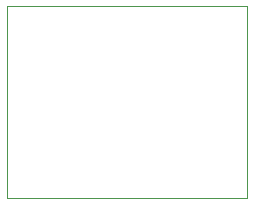
<source format=gbr>
G04 (created by PCBNEW (2013-07-07 BZR 4022)-stable) date 16/01/2015 23:25:09*
%MOIN*%
G04 Gerber Fmt 3.4, Leading zero omitted, Abs format*
%FSLAX34Y34*%
G01*
G70*
G90*
G04 APERTURE LIST*
%ADD10C,0.00590551*%
%ADD11C,0.00393701*%
G04 APERTURE END LIST*
G54D10*
G54D11*
X59000Y-23600D02*
X59000Y-30000D01*
X51000Y-23600D02*
X51000Y-30000D01*
X51000Y-23600D02*
X59000Y-23600D01*
X51000Y-30000D02*
X59000Y-30000D01*
M02*

</source>
